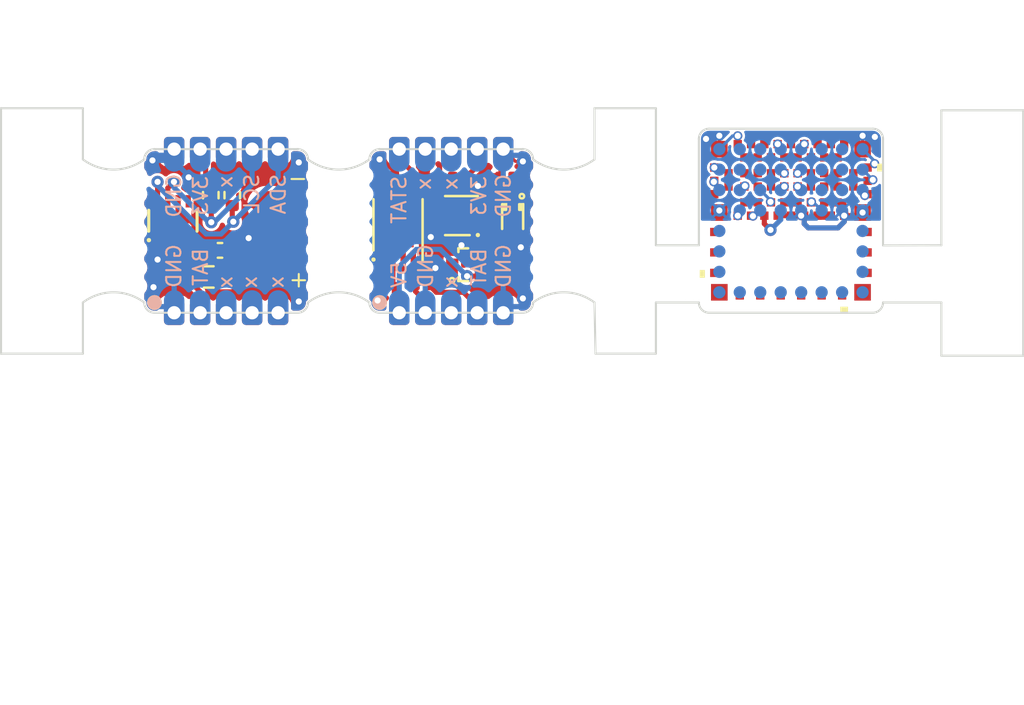
<source format=kicad_pcb>
(kicad_pcb (version 20211014) (generator pcbnew)
  (layers (0 "F.Cu" signal) (31 "B.Cu" signal) (34 "B.Paste" user) (35 "F.Paste" user) (36 "B.SilkS" user "B.Silkscreen") (37 "F.SilkS" user "F.Silkscreen") (38 "B.Mask" user) (39 "F.Mask" user) (44 "Edge.Cuts" user))
  (net 0 "")
  (net 1 "GND")
  (net 2 "/NFC1")
  (net 3 "/NFC2")
  (net 4 "VCC")
  (net 5 "/SWDIO")
  (net 6 "/SWDCLK")
  (net 7 "/D-")
  (net 8 "/D+")
  (net 9 "/IO_2")
  (net 10 "/IO_1")
  (net 11 "/IO_5")
  (net 12 "/IO_3")
  (net 13 "/IO_6")
  (net 14 "/IO_4")
  (net 15 "/IO_7")
  (net 16 "/IO_0")
  (net 17 "VBUS")
  (net 18 "/EXT_4RST")
  (net 20 "/STAT")
  (net 21 "/LIPO_IN")
  (net 22 "GNDA")
  (net 23 "/USB5V")
  (net 24 "GNDB")
  (net 25 "/BAT_B")
  (net 26 "Net-(C5-Pad1)")
  (net 27 "/3V3_B")
  (net 28 "/SCL")
  (net 29 "/SDA")
  (net 31 "Net-(IC2-Pad8)")
  (net 41 "Net-(IC4-Pad20)")
  (net 83 "/BAT_A")
  (net 88 "/3V3_A")
  (net 116 "/STAT_B")
  (footprint "204-pcb-wearable:STAMPHOLE" (layer "F.Cu") (at 122 142 -90)
    (fp_text reference "REF**")
    (fp_text value "STAMPHOLE")
  )
  (footprint "204-pcb-wearable:C_0201_0603Metric_nosilk" (layer "F.Cu") (at 111.95 148.7 180)
    (fp_text reference "C2")
    (fp_text value "2.2uF")
  )
  (footprint "Resistor_SMD:R_0603_1608Metric" (layer "F.Cu") (at 103.15 148.25 180)
    (fp_text reference "PL1")
    (fp_text value "0ZCM0003FF2G")
  )
  (footprint "204-pcb-wearable:MAX17048G-L" (layer "F.Cu") (at 101.4 145.5 90)
    (fp_text reference "IC1")
    (fp_text value "MAX17048G")
  )
  (footprint "204-pcb-wearable:STAMPHOLE_THREE" (layer "F.Cu") (at 138.7 148.05 90)
    (fp_text reference "REF**")
    (fp_text value "STAMPHOLE_THREE")
  )
  (footprint "204-pcb-wearable:STAMPHOLE" (layer "F.Cu") (at 111.05 142 -90)
    (fp_text reference "REF**")
    (fp_text value "STAMPHOLE")
  )
  (footprint "204-pcb-wearable:R_0402_1005Metric_nosilk" (layer "F.Cu") (at 103.25 144.25 90)
    (fp_text reference "R1")
    (fp_text value "10k")
  )
  (footprint "204-pcb-wearable:STAMPHOLE" (layer "F.Cu") (at 100 142 -90)
    (fp_text reference "REF**")
    (fp_text value "STAMPHOLE")
  )
  (footprint "204-pcb-wearable:1×02_pinhead_smd" (layer "F.Cu") (at 106.55 146 180)
    (fp_text reference "J1")
    (fp_text value "Conn_01x02_Male")
  )
  (footprint "204-pcb-wearable:C_0201_0603Metric_nosilk" (layer "F.Cu") (at 117.7 143.3 180)
    (fp_text reference "C5")
    (fp_text value "2.2uF")
  )
  (footprint "204-pcb-wearable:if-8080-10pin-castle-v1" (layer "F.Cu") (at 115 146 90)
    (fp_text reference "J3")
    (fp_text value "if_8080")
  )
  (footprint "204-pcb-wearable:R_0201_0603Metric_nosilk" (layer "F.Cu") (at 111.905 143.25)
    (fp_text reference "R3")
    (fp_text value "18k")
  )
  (footprint "204-pcb-wearable:MIC5514-3.3YMT-TR" (layer "F.Cu") (at 115.5 145.25 180)
    (fp_text reference "IC3")
    (fp_text value "MIC5514-3.3YMT-TR")
  )
  (footprint "204-pcb-wearable:C_0201_0603Metric_nosilk" (layer "F.Cu") (at 114.75 143.3 180)
    (fp_text reference "C6")
    (fp_text value "2.2uF")
  )
  (footprint "204-pcb-wearable:MCP73832-2ACIMC" (layer "F.Cu") (at 112.4 145.95 90)
    (fp_text reference "IC2")
    (fp_text value "MCP73832-2ACI-MC")
  )
  (footprint "204-pcb-wearable:C_0402_1005Metric_nosilk" (layer "F.Cu") (at 103.7 146.95)
    (fp_text reference "C1")
    (fp_text value "0.1uF")
  )
  (footprint "204-pcb-wearable:NSR05T40XV2" (layer "F.Cu") (at 118 145.3 -90)
    (fp_text reference "D1")
    (fp_text value "NSR05T40XV2")
  )
  (footprint "204-pcb-wearable:R_0402_1005Metric_nosilk" (layer "F.Cu") (at 104.3 144.25 90)
    (fp_text reference "R2")
    (fp_text value "10k")
  )
  (footprint "204-pcb-wearable:ISP1807-LR-RS" (layer "F.Cu") (at 131.6 145.5)
    (fp_text reference "IC4")
    (fp_text value "ISP1807-LR-RS")
  )
  (footprint "204-pcb-wearable:if-8080-mcu-v1" (layer "F.Cu") (at 131.6 145.5)
    (fp_text reference "J4")
    (fp_text value "bga_foot_8*8_1mm_pitch")
  )
  (footprint "204-pcb-wearable:STAMPHOLE_THREE" (layer "F.Cu") (at 126.65 148.1 90)
    (fp_text reference "REF**")
    (fp_text value "STAMPHOLE_THREE")
  )
  (footprint "204-pcb-wearable:if-8080-10pin-castle-v1" (layer "F.Cu") (at 104 146 90)
    (fp_text reference "J2")
    (fp_text value "if_8080")
  )
  (footprint "204-pcb-wearable:R_0201_0603Metric_nosilk" (layer "F.Cu") (at 117.6 147.85 -90)
    (fp_text reference "R4")
    (fp_text value "100k")
  )
  (footprint "204-pcb-wearable:STAMPHOLE_THREE" (layer "F.Cu") (at 124.7 148.1 90)
    (fp_text reference "REF**")
    (fp_text value "STAMPHOLE_THREE")
  )
  (footprint "204-pcb-wearable:C_0201_0603Metric_nosilk" (layer "F.Cu") (at 118.5 147.85 90)
    (fp_text reference "C4")
    (fp_text value "0.1uF")
  )
  (footprint "204-pcb-wearable:SSM3j36FS" (layer "F.Cu") (at 115.75 147.65 180)
    (fp_text reference "Q1")
    (fp_text value "Q_PMOS_GSD")
  )
  (footprint "204-pcb-wearable:C_0201_0603Metric_nosilk" (layer "F.Cu") (at 113.55 148.7 180)
    (fp_text reference "C3")
    (fp_text value "2.2uF")
  )
  (footprint "204-pcb-wearable:STAMPHOLE_THREE" (layer "F.Cu") (at 136.5 148.1 90)
    (fp_text reference "REF**")
    (fp_text value "STAMPHOLE_THREE")
  )
  (gr_arc (start 127.6 150) (mid 127.246447 149.853553) (end 127.1 149.5) (layer "Edge.Cuts") (width 0.1))
  (gr_line (start 138.95 149.5) (end 136.1 149.5) (layer "Edge.Cuts") (width 0.1))
  (gr_arc (start 108 149.5) (mid 109.5 149) (end 111 149.5) (layer "Edge.Cuts") (width 0.1))
  (gr_line (start 107.5 142) (end 100.5 142) (layer "Edge.Cuts") (width 0.1))
  (gr_line (start 97 140) (end 97 142.5) (layer "Edge.Cuts") (width 0.1))
  (gr_arc (start 122 142.5) (mid 120.5 143) (end 119 142.5) (layer "Edge.Cuts") (width 0.1))
  (gr_line (start 122.05 152) (end 122 149.5) (layer "Edge.Cuts") (width 0.1))
  (gr_line (start 142.95 152.1) (end 142.95 140.1) (layer "Edge.Cuts") (width 0.1))
  (gr_line (start 118.5 142) (end 111.5 142) (layer "Edge.Cuts") (width 0.1))
  (gr_arc (start 136.1 149.5) (mid 135.953553 149.853553) (end 135.6 150) (layer "Edge.Cuts") (width 0.1))
  (gr_arc (start 100 142.5) (mid 98.5 143) (end 97 142.5) (layer "Edge.Cuts") (width 0.1))
  (gr_line (start 138.95 146.7) (end 138.95 140.1) (layer "Edge.Cuts") (width 0.1))
  (gr_line (start 93 140) (end 97 140) (layer "Edge.Cuts") (width 0.1))
  (gr_line (start 93 140) (end 93 152) (layer "Edge.Cuts") (width 0.1))
  (gr_arc (start 100 142.5) (mid 100.146447 142.146447) (end 100.5 142) (layer "Edge.Cuts") (width 0.1))
  (gr_arc (start 111 142.5) (mid 111.146447 142.146447) (end 111.5 142) (layer "Edge.Cuts") (width 0.1))
  (gr_line (start 125 149.5) (end 127.1 149.5) (layer "Edge.Cuts") (width 0.1))
  (gr_arc (start 119 149.5) (mid 120.5 149) (end 122 149.5) (layer "Edge.Cuts") (width 0.1))
  (gr_line (start 122 142.5) (end 122 140) (layer "Edge.Cuts") (width 0.1))
  (gr_line (start 142.95 140.1) (end 138.95 140.1) (layer "Edge.Cuts") (width 0.1))
  (gr_arc (start 135.6 141) (mid 135.953553 141.146447) (end 136.1 141.5) (layer "Edge.Cuts") (width 0.1))
  (gr_line (start 93 152) (end 97 152) (layer "Edge.Cuts") (width 0.1))
  (gr_arc (start 111.5 150) (mid 111.146447 149.853553) (end 111 149.5) (layer "Edge.Cuts") (width 0.1))
  (gr_arc (start 127.1 141.5) (mid 127.246447 141.146447) (end 127.6 141) (layer "Edge.Cuts") (width 0.1))
  (gr_line (start 125 146.7) (end 127.1 146.7) (layer "Edge.Cuts") (width 0.1))
  (gr_line (start 142.95 152.1) (end 138.95 152.1) (layer "Edge.Cuts") (width 0.1))
  (gr_line (start 134.3 150) (end 135.6 150) (layer "Edge.Cuts") (width 0.1))
  (gr_line (start 122.05 152) (end 125 152) (layer "Edge.Cuts") (width 0.1))
  (gr_line (start 138.95 152.1) (end 138.95 149.5) (layer "Edge.Cuts") (width 0.1))
  (gr_arc (start 111 142.5) (mid 109.5 143) (end 108 142.5) (layer "Edge.Cuts") (width 0.1))
  (gr_line (start 125 152) (end 125 149.5) (layer "Edge.Cuts") (width 0.1))
  (gr_line (start 127.1 141.5) (end 127.1 146.7) (layer "Edge.Cuts") (width 0.1))
  (gr_line (start 127.6 141) (end 135.6 141) (layer "Edge.Cuts") (width 0.1))
  (gr_line (start 138.95 146.7) (end 136.1 146.707303) (layer "Edge.Cuts") (width 0.1))
  (gr_line (start 122 140) (end 125 140) (layer "Edge.Cuts") (width 0.1))
  (gr_line (start 127.6 150) (end 134.3 150) (layer "Edge.Cuts") (width 0.1))
  (gr_line (start 125 146.7) (end 125 140) (layer "Edge.Cuts") (width 0.1))
  (gr_arc (start 119 149.5) (mid 118.853553 149.853553) (end 118.5 150) (layer "Edge.Cuts") (width 0.1))
  (gr_line (start 97 149.5) (end 97 152) (layer "Edge.Cuts") (width 0.1))
  (gr_line (start 100.5 150) (end 107.5 150) (layer "Edge.Cuts") (width 0.1))
  (gr_line (start 136.1 141.5) (end 136.1 146.707303) (layer "Edge.Cuts") (width 0.1))
  (gr_arc (start 97 149.5) (mid 98.5 149) (end 100 149.5) (layer "Edge.Cuts") (width 0.1))
  (gr_arc (start 100.5 150) (mid 100.146447 149.853553) (end 100 149.5) (layer "Edge.Cuts") (width 0.1))
  (gr_line (start 111.5 150) (end 118.5 150) (layer "Edge.Cuts") (width 0.1))
  (gr_arc (start 118.5 142) (mid 118.853553 142.146447) (end 119 142.5) (layer "Edge.Cuts") (width 0.1))
  (gr_arc (start 107.5 142) (mid 107.853553 142.146447) (end 108 142.5) (layer "Edge.Cuts") (width 0.1))
  (gr_arc (start 108 149.5) (mid 107.853553 149.853553) (end 107.5 150) (layer "Edge.Cuts") (width 0.1))
  (gr_text "GND" (at 101.45 143.15 90) (layer "B.SilkS") (effects (font (size 0.7 0.7) (thickness 0.1)) (justify left mirror)))
  (gr_text "STAT" (at 112.45 143.25 90) (layer "B.SilkS") (effects (font (size 0.7 0.7) (thickness 0.1)) (justify left mirror)))
  (gr_text "x" (at 105.15 148.85 90) (layer "B.SilkS") (effects (font (size 0.7 0.7) (thickness 0.1)) (justify right mirror)))
  (gr_text "GND" (at 101.45 148.85 90) (layer "B.SilkS") (effects (font (size 0.7 0.7) (thickness 0.1)) (justify right mirror)))
  (gr_text "5V" (at 112.45 148.85 90) (layer "B.SilkS") (effects (font (size 0.7 0.7) (thickness 0.1)) (justify right mirror)))
  (gr_text "x" (at 103.95 148.85 90) (layer "B.SilkS") (effects (font (size 0.7 0.7) (thickness 0.1)) (justify right mirror)))
  (gr_text "x" (at 106.45 148.85 90) (layer "B.SilkS") (effects (font (size 0.7 0.7) (thickness 0.1)) (justify right mirror)))
  (gr_text "3V3" (at 102.75 143.25 90) (layer "B.SilkS") (effects (font (size 0.7 0.7) (thickness 0.1)) (justify left mirror)))
  (gr_text "GND" (at 117.55 143.15 90) (layer "B.SilkS") (effects (font (size 0.7 0.7) (thickness 0.1)) (justify left mirror)))
  (gr_text "GND" (at 113.75 148.85 90) (layer "B.SilkS") (effects (font (size 0.7 0.7) (thickness 0.1)) (justify right mirror)))
  (gr_text "SDA" (at 106.55 143.15 90) (layer "B.SilkS") (effects (font (size 0.7 0.7) (thickness 0.1)) (justify left mirror)))
  (gr_text "BAT" (at 102.75 148.75 90) (layer "B.SilkS") (effects (font (size 0.7 0.7) (thickness 0.1)) (justify right mirror)))
  (gr_text "x" (at 114.95 143.35 90) (layer "B.SilkS") (effects (font (size 0.7 0.7) (thickness 0.1)) (justify left mirror)))
  (gr_text "x" (at 103.95 143.25 90) (layer "B.SilkS") (effects (font (size 0.7 0.7) (thickness 0.1)) (justify left mirror)))
  (gr_text "BAT" (at 116.35 148.75 90) (layer "B.SilkS") (effects (font (size 0.7 0.7) (thickness 0.1)) (justify right mirror)))
  (gr_text "x" (at 114.95 148.85 90) (layer "B.SilkS") (effects (font (size 0.7 0.7) (thickness 0.1)) (justify right mirror)))
  (gr_text "x" (at 113.65 143.35 90) (layer "B.SilkS") (effects (font (size 0.7 0.7) (thickness 0.1)) (justify left mirror)))
  (gr_text "3V3" (at 116.35 143.25 90) (layer "B.SilkS") (effects (font (size 0.7 0.7) (thickness 0.1)) (justify left mirror)))
  (gr_text "SCL" (at 105.25 143.15 90) (layer "B.SilkS") (effects (font (size 0.7 0.7) (thickness 0.1)) (justify left mirror)))
  (gr_text "GND" (at 117.55 148.85 90) (layer "B.SilkS") (effects (font (size 0.7 0.7) (thickness 0.1)) (justify right mirror)))
  (gr_text "+" (at 107.55 148.35) (layer "F.SilkS") (effects (font (size 0.8 0.8) (thickness 0.1))))
  (gr_text "-" (at 107.5 143.4) (layer "F.SilkS") (effects (font (size 0.8 0.8) (thickness 0.1))))
  (segment (start 132.45 145.85) (end 133.9 145.85) (width 0.25) (layer "F.Cu") (net 1))
  (segment (start 131.6 145.2535) (end 130.950001 145.2535) (width 0.25) (layer "F.Cu") (net 1))
  (segment (start 127.45 141.5) (end 127.6 141.5) (width 0.15) (layer "F.Cu") (net 1))
  (segment (start 132.249999 145.2535) (end 132.249999 145.649999) (width 0.25) (layer "F.Cu") (net 1))
  (segment (start 134.0945 144.6035) (end 133.875 144.6035) (width 0.25) (layer "F.Cu") (net 1))
  (segment (start 128.1 142) (end 128.1 141.345497) (width 0.15) (layer "F.Cu") (net 1))
  (segment (start 135.7 141.4) (end 135.1 142) (width 0.15) (layer "F.Cu") (net 1))
  (segment (start 131.6 145.2535) (end 132.0965 145.2535) (width 0.25) (layer "F.Cu") (net 1))
  (segment (start 127.6 141.5) (end 128.1 142) (width 0.15) (layer "F.Cu") (net 1))
  (segment (start 135.1 142) (end 135.1 141.345497) (width 0.15) (layer "F.Cu") (net 1))
  (segment (start 133.225 144.6035) (end 133.875 144.6035) (width 0.25) (layer "F.Cu") (net 1))
  (segment (start 133.9 145.85) (end 134.2 145.55) (width 0.25) (layer "F.Cu") (net 1))
  (segment (start 132.0965 145.2535) (end 132.249999 145.2535) (width 0.25) (layer "F.Cu") (net 1))
  (segment (start 134.2 145.55) (end 134.2 145.2535) (width 0.25) (layer "F.Cu") (net 1))
  (segment (start 134.2 145.2535) (end 134.2 144.709) (width 0.25) (layer "F.Cu") (net 1))
  (segment (start 132.249999 145.649999) (end 132.45 145.85) (width 0.25) (layer "F.Cu") (net 1))
  (segment (start 134.2 145.2535) (end 134.946501 145.2535) (width 0.25) (layer "F.Cu") (net 1))
  (segment (start 128.1 145) (end 128.1 145.1) (width 0.15) (layer "F.Cu") (net 1))
  (segment (start 134.2 144.709) (end 134.0945 144.6035) (width 0.25) (layer "F.Cu") (net 1))
  (segment (start 134.946501 145.2535) (end 135.100001 145.1) (width 0.25) (layer "F.Cu") (net 1))
  (via (at 127.45 141.5) (size 0.45) (drill 0.3) (layers "F.Cu" "B.Cu") (net 1))
  (via (at 134.2 145.2535) (size 0.45) (drill 0.3) (layers "F.Cu" "B.Cu") (net 1))
  (via (at 128.1 145) (size 0.6) (drill 0.3) (layers "F.Cu" "B.Cu") (net 1))
  (via (at 135.7 141.4) (size 0.45) (drill 0.3) (layers "F.Cu" "B.Cu") (net 1))
  (via (at 128.1 141.345497) (size 0.45) (drill 0.3) (layers "F.Cu" "B.Cu") (net 1))
  (via (at 135.100001 145.1) (size 0.6) (drill 0.3) (layers "F.Cu" "B.Cu") (net 1))
  (via (at 135.1 141.345497) (size 0.45) (drill 0.3) (layers "F.Cu" "B.Cu") (net 1))
  (via (at 132.0965 145.2535) (size 0.45) (drill 0.3) (layers "F.Cu" "B.Cu") (net 1))
  (segment (start 135.100001 145.1) (end 135.1 145) (width 0.15) (layer "B.Cu") (net 1))
  (segment (start 132.1 145) (end 132.1 145.25) (width 0.15) (layer "B.Cu") (net 1))
  (segment (start 134.2 145.25) (end 134.2 145.55) (width 0.25) (layer "B.Cu") (net 1))
  (segment (start 132.25 145.65) (end 132.25 145.25) (width 0.25) (layer "B.Cu") (net 1))
  (segment (start 134.2 145.55) (end 133.9 145.85) (width 0.25) (layer "B.Cu") (net 1))
  (segment (start 133.9 145.85) (end 132.45 145.85) (width 0.25) (layer "B.Cu") (net 1))
  (segment (start 134.2 145.1) (end 134.1 145) (width 0.25) (layer "B.Cu") (net 1))
  (segment (start 132.45 145.85) (end 132.25 145.65) (width 0.25) (layer "B.Cu") (net 1))
  (segment (start 132.1 145.25) (end 132.0965 145.2535) (width 0.15) (layer "B.Cu") (net 1))
  (segment (start 134.2 145.2535) (end 134.2 145.1) (width 0.25) (layer "B.Cu") (net 1))
  (via (at 127.8535 142.9) (size 0.45) (drill 0.3) (layers "F.Cu" "B.Cu") (net 2))
  (via (at 127.832319 143.597261) (size 0.45) (drill 0.3) (layers "F.Cu" "B.Cu") (net 3))
  (segment (start 127.832319 143.597261) (end 127.832319 143.732319) (width 0.15) (layer "B.Cu") (net 3))
  (segment (start 127.832319 143.732319) (end 128.1 144) (width 0.15) (layer "B.Cu") (net 3))
  (via (at 135.208854 144.2671) (size 0.45) (drill 0.3) (layers "F.Cu" "B.Cu") (net 4))
  (segment (start 135.208854 144.108854) (end 135.1 144) (width 0.15) (layer "B.Cu") (net 4))
  (segment (start 135.208854 144.2671) (end 135.208854 144.108854) (width 0.15) (layer "B.Cu") (net 4))
  (segment (start 135.6 143.5) (end 135.549999 143.550001) (width 0.15) (layer "F.Cu") (net 5))
  (segment (start 135.549999 143.550001) (end 135.3465 143.550001) (width 0.15) (layer "F.Cu") (net 5))
  (via (at 135.6 143.5) (size 0.45) (drill 0.3) (layers "F.Cu" "B.Cu") (net 5))
  (segment (start 135.6 143.5) (end 135.1 143) (width 0.15) (layer "B.Cu") (net 5))
  (segment (start 135.535434 142.711066) (end 135.3465 142.9) (width 0.15) (layer "F.Cu") (net 6))
  (segment (start 135.687647 142.711066) (end 135.535434 142.711066) (width 0.15) (layer "F.Cu") (net 6))
  (via (at 135.687647 142.711066) (size 0.45) (drill 0.3) (layers "F.Cu" "B.Cu") (net 6))
  (segment (start 135.687647 142.587647) (end 135.1 142) (width 0.15) (layer "B.Cu") (net 6))
  (segment (start 135.687647 142.711066) (end 135.687647 142.587647) (width 0.15) (layer "B.Cu") (net 6))
  (via (at 129.742298 145.273966) (size 0.45) (drill 0.3) (layers "F.Cu" "B.Cu") (net 7))
  (segment (start 129.826034 145.273966) (end 130.1 145) (width 0.2) (layer "B.Cu") (net 7))
  (segment (start 129.742298 145.273966) (end 129.826034 145.273966) (width 0.2) (layer "B.Cu") (net 7))
  (via (at 129 145.2535) (size 0.45) (drill 0.3) (layers "F.Cu" "B.Cu") (net 8))
  (segment (start 129 145.2535) (end 129 145.1) (width 0.2) (layer "B.Cu") (net 8))
  (segment (start 129 145.1) (end 129.1 145) (width 0.2) (layer "B.Cu") (net 8))
  (via (at 131.275 143.1785) (size 0.45) (drill 0.3) (layers "F.Cu" "B.Cu") (net 9))
  (segment (start 131.1 143.0035) (end 131.1 143) (width 0.15) (layer "B.Cu") (net 9))
  (segment (start 131.275 143.1785) (end 131.1 143.0035) (width 0.15) (layer "B.Cu") (net 9))
  (via (at 131.275 143.8285) (size 0.45) (drill 0.3) (layers "F.Cu" "B.Cu") (net 10))
  (segment (start 131.1035 144) (end 131.1 144) (width 0.15) (layer "B.Cu") (net 10))
  (segment (start 131.275 143.8285) (end 131.1035 144) (width 0.15) (layer "B.Cu") (net 10))
  (via (at 131.925 143.8285) (size 0.45) (drill 0.3) (layers "F.Cu" "B.Cu") (net 11))
  (segment (start 132.1 144) (end 132.0965 144) (width 0.15) (layer "B.Cu") (net 11))
  (segment (start 132.0965 144) (end 131.925 143.8285) (width 0.15) (layer "B.Cu") (net 11))
  (via (at 130.950001 141.7535) (size 0.45) (drill 0.3) (layers "F.Cu" "B.Cu") (net 12))
  (segment (start 131.1 142) (end 131.1 141.903499) (width 0.15) (layer "B.Cu") (net 12))
  (segment (start 131.1 141.903499) (end 130.950001 141.7535) (width 0.15) (layer "B.Cu") (net 12))
  (via (at 131.925 143.1785) (size 0.45) (drill 0.3) (layers "F.Cu" "B.Cu") (net 13))
  (segment (start 132.1 143.0035) (end 131.925 143.1785) (width 0.15) (layer "B.Cu") (net 13))
  (segment (start 132.1 143) (end 132.1 143.0035) (width 0.15) (layer "B.Cu") (net 13))
  (via (at 132.602456 144.580582) (size 0.45) (drill 0.3) (layers "F.Cu" "B.Cu") (net 14))
  (segment (start 132.680582 144.580582) (end 133.1 145) (width 0.15) (layer "B.Cu") (net 14))
  (segment (start 132.602456 144.580582) (end 132.680582 144.580582) (width 0.15) (layer "B.Cu") (net 14))
  (via (at 132.249999 141.7535) (size 0.45) (drill 0.3) (layers "F.Cu" "B.Cu") (net 15))
  (segment (start 132.1 142) (end 132.1 141.903499) (width 0.15) (layer "B.Cu") (net 15))
  (segment (start 132.1 141.903499) (end 132.249999 141.7535) (width 0.15) (layer "B.Cu") (net 15))
  (segment (start 129 141.35) (end 129 141.7535) (width 0.15) (layer "F.Cu") (net 16))
  (via (at 129 141.35) (size 0.45) (drill 0.3) (layers "F.Cu" "B.Cu") (net 16))
  (segment (start 128.75 141.35) (end 128.1 142) (width 0.15) (layer "B.Cu") (net 16))
  (segment (start 129 141.35) (end 128.75 141.35) (width 0.15) (layer "B.Cu") (net 16))
  (segment (start 130.3 145.65) (end 130.3 145.2535) (width 0.25) (layer "F.Cu") (net 17))
  (segment (start 130.6 145.95) (end 130.3 145.65) (width 0.25) (layer "F.Cu") (net 17))
  (via (at 130.6 145.95) (size 0.6) (drill 0.3) (layers "F.Cu" "B.Cu") (net 17))
  (segment (start 131.1 145.45) (end 131.1 145) (width 0.25) (layer "B.Cu") (net 17))
  (segment (start 130.6 145.95) (end 131.1 145.45) (width 0.25) (layer "B.Cu") (net 17))
  (segment (start 130.6 144.5785) (end 130.625 144.6035) (width 0.15) (layer "F.Cu") (net 18))
  (segment (start 130.6 144.577657) (end 130.6 144.5785) (width 0.15) (layer "F.Cu") (net 18))
  (via (at 130.6 144.577657) (size 0.45) (drill 0.3) (layers "F.Cu" "B.Cu") (net 18))
  (segment (start 130.6 144.577657) (end 130.6 144.5) (width 0.15) (layer "B.Cu") (net 18))
  (segment (start 130.6 144.5) (end 130.1 144) (width 0.15) (layer "B.Cu") (net 18))
  (segment (start 129.325 143.825) (end 129.35 143.8) (width 0.15) (layer "F.Cu") (net 20))
  (segment (start 129.325 143.8285) (end 129.325 143.825) (width 0.15) (layer "F.Cu") (net 20))
  (via (at 129.35 143.8) (size 0.45) (drill 0.3) (layers "F.Cu" "B.Cu") (net 20))
  (segment (start 129.3 143.8) (end 129.1 144) (width 0.15) (layer "B.Cu") (net 20))
  (segment (start 129.35 143.8) (end 129.3 143.8) (width 0.15) (layer "B.Cu") (net 20))
  (segment (start 102.800001 146.9) (end 102.600001 147.1) (width 0.25) (layer "F.Cu") (net 21))
  (segment (start 103.975001 147.925) (end 103.220001 147.17) (width 0.25) (layer "F.Cu") (net 21))
  (segment (start 103.220001 147.17) (end 103.220001 146.9) (width 0.25) (layer "F.Cu") (net 21))
  (segment (start 103.220001 146.9) (end 102.800001 146.9) (width 0.25) (layer "F.Cu") (net 21))
  (segment (start 106.550001 147.25) (end 105.550001 148.25) (width 0.25) (layer "F.Cu") (net 21))
  (segment (start 103.975001 148.25) (end 103.975001 147.925) (width 0.25) (layer "F.Cu") (net 21))
  (segment (start 105.550001 148.25) (end 103.975001 148.25) (width 0.25) (layer "F.Cu") (net 21))
  (segment (start 101.150001 146.4509) (end 101.150001 147) (width 0.25) (layer "F.Cu") (net 21))
  (segment (start 101.150001 147) (end 101.250001 147.1) (width 0.25) (layer "F.Cu") (net 21))
  (segment (start 101.700001 147.1) (end 101.650001 147.05) (width 0.25) (layer "F.Cu") (net 21))
  (segment (start 101.250001 147.1) (end 101.700001 147.1) (width 0.25) (layer "F.Cu") (net 21))
  (segment (start 102.600001 147.1) (end 101.700001 147.1) (width 0.25) (layer "F.Cu") (net 21))
  (segment (start 101.650001 147.05) (end 101.650001 146.4509) (width 0.25) (layer "F.Cu") (net 21))
  (segment (start 101.400001 145.5) (end 101.750001 145.5) (width 0.25) (layer "F.Cu") (net 22))
  (segment (start 101.400001 145.5) (end 100.900001 145.5) (width 0.25) (layer "F.Cu") (net 22))
  (segment (start 102.150002 145.900001) (end 102.150002 146.4509) (width 0.25) (layer "F.Cu") (net 22))
  (segment (start 104.150001 146.4) (end 103.900001 146.15) (width 0.25) (layer "F.Cu") (net 22))
  (segment (start 103.900001 146.15) (end 102.900001 146.15) (width 0.25) (layer "F.Cu") (net 22))
  (segment (start 102.635001 143.848223) (end 102.16636 143.379582) (width 0.25) (layer "F.Cu") (net 22))
  (segment (start 104.150001 146.87) (end 104.150001 146.4) (width 0.25) (layer "F.Cu") (net 22))
  (segment (start 102.900001 146.15) (end 102.475 145.725) (width 0.25) (layer "F.Cu") (net 22))
  (segment (start 102.250001 145.5) (end 101.400001 145.5) (width 0.25) (layer "F.Cu") (net 22))
  (segment (start 101.650001 144.5491) (end 101.650001 145.25) (width 0.25) (layer "F.Cu") (net 22))
  (segment (start 102.475 145.725) (end 102.250001 145.5) (width 0.25) (layer "F.Cu") (net 22))
  (segment (start 102.475 145.725) (end 102.635001 145.564999) (width 0.25) (layer "F.Cu") (net 22))
  (segment (start 101.750001 145.5) (end 102.150002 145.900001) (width 0.25) (layer "F.Cu") (net 22))
  (segment (start 100.650001 145.75) (end 100.65 146.4509) (width 0.25) (layer "F.Cu") (net 22))
  (segment (start 104.180001 146.9) (end 104.150001 146.87) (width 0.25) (layer "F.Cu") (net 22))
  (segment (start 100.900001 145.5) (end 100.650001 145.75) (width 0.25) (layer "F.Cu") (net 22))
  (segment (start 101.650001 145.25) (end 101.400001 145.5) (width 0.25) (layer "F.Cu") (net 22))
  (segment (start 102.635001 145.564999) (end 102.635001 143.848223) (width 0.25) (layer "F.Cu") (net 22))
  (via (at 102.16636 143.379582) (size 0.6) (drill 0.3) (layers "F.Cu" "B.Cu") (net 22))
  (via (at 107.550001 142.65) (size 0.6) (drill 0.3) (layers "F.Cu" "B.Cu") (net 22))
  (via (at 100.400001 142.55) (size 0.6) (drill 0.3) (layers "F.Cu" "B.Cu") (net 22))
  (via (at 100.650001 147.4) (size 0.6) (drill 0.3) (layers "F.Cu" "B.Cu") (net 22))
  (via (at 107.550001 149.45) (size 0.6) (drill 0.3) (layers "F.Cu" "B.Cu") (net 22))
  (via (at 100.450001 148.75) (size 0.6) (drill 0.3) (layers "F.Cu" "B.Cu") (net 22))
  (via (at 105.100001 146.35) (size 0.6) (drill 0.3) (layers "F.Cu" "B.Cu") (net 22))
  (segment (start 101.41 142.55) (end 101.46 142.6) (width 0.25) (layer "B.Cu") (net 22))
  (segment (start 102.16636 143.379582) (end 102.16636 143.30636) (width 0.25) (layer "B.Cu") (net 22))
  (segment (start 100.400001 142.55) (end 101.41 142.55) (width 0.25) (layer "B.Cu") (net 22))
  (segment (start 102.16636 143.30636) (end 101.46 142.6) (width 0.25) (layer "B.Cu") (net 22))
  (segment (start 116.388733 148.211267) (end 116.45 148.15) (width 0.25) (layer "F.Cu") (net 23))
  (segment (start 117.6 148.17) (end 118.5 148.17) (width 0.25) (layer "F.Cu") (net 23))
  (segment (start 111.85 148.05) (end 112.15 148.05) (width 0.25) (layer "F.Cu") (net 23))
  (segment (start 116.45 148.15) (end 117.15 148.15) (width 0.25) (layer "F.Cu") (net 23))
  (segment (start 112.15 148.565) (end 112.22 148.635) (width 0.25) (layer "F.Cu") (net 23))
  (segment (start 117.58 148.15) (end 117.6 148.17) (width 0.25) (layer "F.Cu") (net 23))
  (segment (start 117.1 148.1) (end 117.15 148.15) (width 0.25) (layer "F.Cu") (net 23))
  (segment (start 115.7745 148.211267) (end 116.388733 148.211267) (width 0.25) (layer "F.Cu") (net 23))
  (segment (start 117.15 148.15) (end 117.58 148.15) (width 0.25) (layer "F.Cu") (net 23))
  (segment (start 117.1 146.8) (end 117.1 148.1) (width 0.25) (layer "F.Cu") (net 23))
  (segment (start 112.15 148.05) (end 112.15 148.565) (width 0.25) (layer "F.Cu") (net 23))
  (segment (start 112.46 150) (end 112.4 150) (width 0.25) (layer "F.Cu") (net 23))
  (segment (start 118 145.985) (end 117.915 145.985) (width 0.25) (layer "F.Cu") (net 23))
  (segment (start 111.65 147.37) (end 111.65 147.85) (width 0.25) (layer "F.Cu") (net 23))
  (segment (start 112.15 147.37) (end 112.15 148.05) (width 0.25) (layer "F.Cu") (net 23))
  (segment (start 117.915 145.985) (end 117.1 146.8) (width 0.25) (layer "F.Cu") (net 23))
  (segment (start 111.65 147.85) (end 111.85 148.05) (width 0.25) (layer "F.Cu") (net 23))
  (segment (start 112.22 149.82) (end 112.22 148.635) (width 0.25) (layer "F.Cu") (net 23))
  (segment (start 112.4 150) (end 112.22 149.82) (width 0.25) (layer "F.Cu") (net 23))
  (via (at 115.7745 148.211267) (size 0.6) (drill 0.3) (layers "F.Cu" "B.Cu") (net 23))
  (segment (start 114.463233 146.9) (end 115.7745 148.211267) (width 0.25) (layer "B.Cu") (net 23))
  (segment (start 113.3 146.9) (end 114.463233 146.9) (width 0.25) (layer "B.Cu") (net 23))
  (segment (start 112.46 147.74) (end 113.3 146.9) (width 0.25) (layer "B.Cu") (net 23))
  (segment (start 112.46 150) (end 112.46 147.74) (width 0.25) (layer "B.Cu") (net 23))
  (segment (start 112.65 144.5) (end 112.65 143.68) (width 0.25) (layer "F.Cu") (net 24))
  (segment (start 111.623604 142.5) (end 112.22 143.096396) (width 0.2) (layer "F.Cu") (net 24))
  (segment (start 113.7 149.97) (end 113.73 150) (width 0.25) (layer "F.Cu") (net 24))
  (segment (start 111.5 142.5) (end 111.623604 142.5) (width 0.2) (layer "F.Cu") (net 24))
  (segment (start 112.65 145.685) (end 112.4 145.935) (width 0.25) (layer "F.Cu") (net 24))
  (segment (start 118.14 142.6) (end 117.54 142) (width 0.15) (layer "F.Cu") (net 24))
  (segment (start 111.58 149.22) (end 111.4 149.4) (width 0.25) (layer "F.Cu") (net 24))
  (segment (start 113.635 145.935) (end 112.4 145.935) (width 0.25) (layer "F.Cu") (net 24))
  (segment (start 118.5 142.6) (end 118.14 142.6) (width 0.15) (layer "F.Cu") (net 24))
  (segment (start 112.65 143.68) (end 112.22 143.25) (width 0.25) (layer "F.Cu") (net 24))
  (segment (start 113.7 149.4) (end 113.7 149.97) (width 0.25) (layer "F.Cu") (net 24))
  (segment (start 115.5 145.25) (end 115.5 145.6) (width 0.25) (layer "F.Cu") (net 24))
  (segment (start 117.38 142.16) (end 117.54 142) (width 0.15) (layer "F.Cu") (net 24))
  (segment (start 115.5 145.6) (end 115.35 145.75) (width 0.25) (layer "F.Cu") (net 24))
  (segment (start 112.65 144.5) (end 112.65 145.685) (width 0.25) (layer "F.Cu") (net 24))
  (segment (start 117.38 143.3) (end 117.38 142.16) (width 0.15) (layer "F.Cu") (net 24))
  (segment (start 115.35 145.75) (end 114.72 145.75) (width 0.25) (layer "F.Cu") (net 24))
  (segment (start 113.25 148.62) (end 113.25 148.95) (width 0.25) (layer "F.Cu") (net 24))
  (segment (start 111.58 148.635) (end 111.58 149.22) (width 0.25) (layer "F.Cu") (net 24))
  (segment (start 114 146.3) (end 113.635 145.935) (width 0.25) (layer "F.Cu") (net 24))
  (segment (start 112.22 143.096396) (end 112.22 143.25) (width 0.2) (layer "F.Cu") (net 24))
  (segment (start 113.25 148.95) (end 113.7 149.4) (width 0.25) (layer "F.Cu") (net 24))
  (via (at 115.5 146.7) (size 0.6) (drill 0.3) (layers "F.Cu" "B.Cu") (net 24))
  (via (at 118.5 142.6) (size 0.6) (drill 0.3) (layers "F.Cu" "B.Cu") (net 24))
  (via (at 111.5 142.5) (size 0.6) (drill 0.3) (layers "F.Cu" "B.Cu") (net 24))
  (via (at 114.226863 147.814397) (size 0.6) (drill 0.3) (layers "F.Cu" "B.Cu") (net 24))
  (via (at 111.4 149.4) (size 0.6) (drill 0.3) (layers "F.Cu" "B.Cu") (net 24))
  (via (at 114 146.3) (size 0.6) (drill 0.3) (layers "F.Cu" "B.Cu") (net 24))
  (via (at 118.5 149.3) (size 0.6) (drill 0.3) (layers "F.Cu" "B.Cu") (net 24))
  (via (at 116.3 143.8) (size 0.6) (drill 0.3) (layers "F.Cu" "B.Cu") (net 24))
  (via (at 118.4 146.8) (size 0.6) (drill 0.3) (layers "F.Cu" "B.Cu") (net 24))
  (segment (start 116.27 150) (end 116.27 149.67) (width 0.25) (layer "F.Cu") (net 25))
  (segment (start 116.27 149.67) (end 115.2 148.6) (width 0.25) (layer "F.Cu") (net 25))
  (segment (start 112.65 147.85) (end 112.65 147.37) (width 0.25) (layer "F.Cu") (net 25))
  (segment (start 113.89 148.29) (end 113.7 148.1) (width 0.25) (layer "F.Cu") (net 25))
  (segment (start 112.9 148.1) (end 112.65 147.85) (width 0.25) (layer "F.Cu") (net 25))
  (segment (start 113.89 148.62) (end 114.27 149) (width 0.25) (layer "F.Cu") (net 25))
  (segment (start 113.7 148.1) (end 113.2 148.1) (width 0.25) (layer "F.Cu") (net 25))
  (segment (start 113.15 148.05) (end 113.2 148.1) (width 0.25) (layer "F.Cu") (net 25))
  (segment (start 113.2 148.1) (end 112.9 148.1) (width 0.25) (layer "F.Cu") (net 25))
  (segment (start 113.15 147.37) (end 113.15 148.05) (width 0.25) (layer "F.Cu") (net 25))
  (segment (start 115.2 148.6) (end 115.2 147.8) (width 0.25) (layer "F.Cu") (net 25))
  (segment (start 114.27 149) (end 115.6 149) (width 0.25) (layer "F.Cu") (net 25))
  (segment (start 115.2 147.8) (end 115.05 147.65) (width 0.25) (layer "F.Cu") (net 25))
  (segment (start 113.89 148.62) (end 113.89 148.29) (width 0.25) (layer "F.Cu") (net 25))
  (segment (start 118 143.37) (end 118.07 143.3) (width 0.25) (layer "F.Cu") (net 26))
  (segment (start 117.2 144.7) (end 117.285 144.615) (width 0.25) (layer "F.Cu") (net 26))
  (segment (start 117.285 144.615) (end 118 144.615) (width 0.25) (layer "F.Cu") (net 26))
  (segment (start 116.5 147.1) (end 116.5 146.6) (width 0.25) (layer "F.Cu") (net 26))
  (segment (start 117.15 145.75) (end 117.2 145.8) (width 0.25) (layer "F.Cu") (net 26))
  (segment (start 116.5 146.6) (end 117.2 145.9) (width 0.25) (layer "F.Cu") (net 26))
  (segment (start 117.15 144.75) (end 117.2 144.7) (width 0.25) (layer "F.Cu") (net 26))
  (segment (start 117.2 145.9) (end 117.2 145.8) (width 0.25) (layer "F.Cu") (net 26))
  (segment (start 116.28 145.75) (end 117.15 145.75) (width 0.25) (layer "F.Cu") (net 26))
  (segment (start 117.2 145.8) (end 117.2 144.7) (width 0.25) (layer "F.Cu") (net 26))
  (segment (start 116.28 144.75) (end 117.15 144.75) (width 0.25) (layer "F.Cu") (net 26))
  (segment (start 116.45 147.15) (end 116.5 147.1) (width 0.25) (layer "F.Cu") (net 26))
  (segment (start 118 144.615) (end 118 143.37) (width 0.25) (layer "F.Cu") (net 26))
  (segment (start 114.1 144.5) (end 114.1 144.2) (width 0.25) (layer "F.Cu") (net 27))
  (segment (start 114.72 144.75) (end 114.35 144.75) (width 0.25) (layer "F.Cu") (net 27))
  (segment (start 115.07 143.3) (end 115.8 143.3) (width 0.25) (layer "F.Cu") (net 27))
  (segment (start 115 144) (end 115.07 143.93) (width 0.25) (layer "F.Cu") (net 27))
  (segment (start 116.27 142.83) (end 116.27 142) (width 0.25) (layer "F.Cu") (net 27))
  (segment (start 115.8 143.3) (end 116.27 142.83) (width 0.25) (layer "F.Cu") (net 27))
  (segment (start 114.35 144.75) (end 114.1 144.5) (width 0.25) (layer "F.Cu") (net 27))
  (segment (start 114.3 144) (end 115 144) (width 0.25) (layer "F.Cu") (net 27))
  (segment (start 114.1 144.2) (end 114.3 144) (width 0.25) (layer "F.Cu") (net 27))
  (segment (start 115.07 143.93) (end 115.07 143.3) (width 0.25) (layer "F.Cu") (net 27))
  (segment (start 103.275001 144.805) (end 103.230001 144.76) (width 0.25) (layer "F.Cu") (net 28))
  (segment (start 101.150001 143.9) (end 101.450001 143.6) (width 0.25) (layer "F.Cu") (net 28))
  (segment (start 101.150001 144.5491) (end 101.150001 143.9) (width 0.25) (layer "F.Cu") (net 28))
  (segment (start 103.275001 145.575) (end 103.275001 144.805) (width 0.25) (layer "F.Cu") (net 28))
  (via (at 103.275001 145.575) (size 0.6) (drill 0.3) (layers "F.Cu" "B.Cu") (net 28))
  (via (at 101.450001 143.6) (size 0.6) (drill 0.3) (layers "F.Cu" "B.Cu") (net 28))
  (segment (start 103.425001 145.575) (end 105.27 143.730001) (width 0.25) (layer "B.Cu") (net 28))
  (segment (start 105.27 143.730001) (end 105.27 142.6) (width 0.25) (layer "B.Cu") (net 28))
  (segment (start 103.275001 145.575) (end 103.150001 145.575) (width 0.25) (layer "B.Cu") (net 28))
  (segment (start 101.450001 143.875) (end 101.450001 143.6) (width 0.25) (layer "B.Cu") (net 28))
  (segment (start 103.150001 145.575) (end 101.450001 143.875) (width 0.25) (layer "B.Cu") (net 28))
  (segment (start 103.275001 145.575) (end 103.425001 145.575) (width 0.25) (layer "B.Cu") (net 28))
  (segment (start 104.350001 145.55) (end 104.300001 145.5) (width 0.25) (layer "F.Cu") (net 29))
  (segment (start 100.65 143.599999) (end 100.65 144.5491) (width 0.25) (layer "F.Cu") (net 29))
  (segment (start 104.300001 145.5) (end 104.300001 144.76) (width 0.25) (layer "F.Cu") (net 29))
  (via (at 104.350001 145.55) (size 0.6) (drill 0.3) (layers "F.Cu" "B.Cu") (net 29))
  (via (at 100.65 143.599999) (size 0.6) (drill 0.3) (layers "F.Cu" "B.Cu") (net 29))
  (segment (start 104.350001 145.55) (end 106.54 143.360001) (width 0.25) (layer "B.Cu") (net 29))
  (segment (start 103.750001 146.15) (end 103.018415 146.15) (width 0.25) (layer "B.Cu") (net 29))
  (segment (start 103.018415 146.15) (end 100.65 143.781585) (width 0.25) (layer "B.Cu") (net 29))
  (segment (start 106.54 143.360001) (end 106.54 142.6) (width 0.25) (layer "B.Cu") (net 29))
  (segment (start 104.350001 145.55) (end 103.750001 146.15) (width 0.25) (layer "B.Cu") (net 29))
  (segment (start 100.65 143.781585) (end 100.65 143.599999) (width 0.25) (layer "B.Cu") (net 29))
  (segment (start 111.65 144.5) (end 111.65 143.32) (width 0.25) (layer "F.Cu") (net 31))
  (segment (start 111.65 143.32) (end 111.58 143.25) (width 0.25) (layer "F.Cu") (net 31))
  (segment (start 132.9 145.2535) (end 133.549999 145.2535) (width 0.4) (layer "F.Cu") (net 41))
  (segment (start 102.325001 148.25) (end 102.325001 148.565002) (width 0.25) (layer "F.Cu") (net 83))
  (segment (start 102.325001 148.565002) (end 102.73 148.970001) (width 0.25) (layer "F.Cu") (net 83))
  (segment (start 102.73 148.970001) (end 102.73 150) (width 0.25) (layer "F.Cu") (net 83))
  (segment (start 103.230001 143.74) (end 103.000001 143.51) (width 0.25) (layer "F.Cu") (net 88))
  (segment (start 103.000001 142.270001) (end 102.73 142) (width 0.25) (layer "F.Cu") (net 88))
  (segment (start 104.300001 143.74) (end 103.230001 143.74) (width 0.25) (layer "F.Cu") (net 88))
  (segment (start 103.000001 143.51) (end 103.000001 142.270001) (width 0.25) (layer "F.Cu") (net 88))
  (segment (start 112.46 142.46) (end 112.46 142) (width 0.25) (layer "F.Cu") (net 116))
  (segment (start 113.15 144.5) (end 113.15 143.15) (width 0.25) (layer "F.Cu") (net 116))
  (segment (start 113.15 143.15) (end 112.46 142.46) (width 0.25) (layer "F.Cu") (net 116))
  (zone (net 0) (net_name "") (layers F&B.Cu) (name "keepout_copper") (connect_pads (clearance 0)) (min_thickness 0.254)
    (keepout (tracks allowed) (vias allowed) (pads allowed) (copperpour not_allowed) (footprints allowed))
    (fill (thermal_gap 0.508) (thermal_bridge_width 0.508))
    (polygon (pts (xy 136.1 150) (xy 127.1 150) (xy 127.1 145.5) (xy 136.1 145.5)))
  )
  (zone (net 22) (net_name "GNDA") (layers F&B.Cu) (name "GNDA") (connect_pads (clearance 0.1)) (min_thickness 0.254) (fill yes (thermal_gap 0.254) (thermal_bridge_width 0.254))
    (polygon (pts (xy 108 142) (xy 108 150) (xy 100 150) (xy 100 142)))
  )
  (zone (net 24) (net_name "GNDB") (layers F&B.Cu) (name "GNDB") (connect_pads (clearance 0.1)) (min_thickness 0.254) (fill yes (thermal_gap 0.254) (thermal_bridge_width 0.254))
    (polygon (pts (xy 119 142) (xy 119 150) (xy 111 150) (xy 111 142)))
  )
  (zone (net 1) (net_name "GND") (layer "B.Cu") (name "GND") (connect_pads (clearance 0.1)) (min_thickness 0.127) (fill yes (thermal_gap 0.127) (thermal_bridge_width 0.127))
    (polygon (pts (xy 136.1 145.5) (xy 127.1 145.5) (xy 127.1 141) (xy 136.1 141)))
  )
)
</source>
